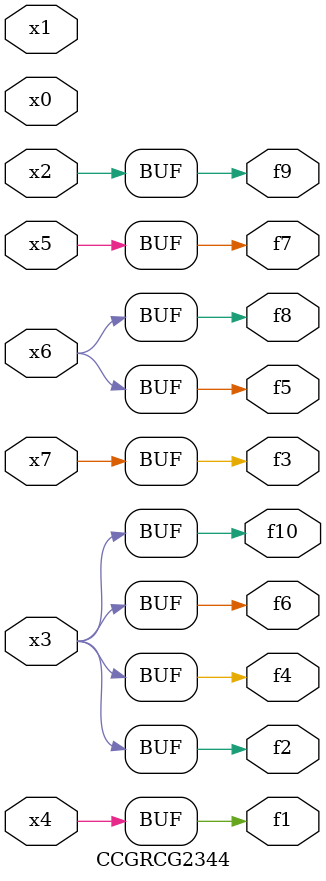
<source format=v>
module CCGRCG2344(
	input x0, x1, x2, x3, x4, x5, x6, x7,
	output f1, f2, f3, f4, f5, f6, f7, f8, f9, f10
);
	assign f1 = x4;
	assign f2 = x3;
	assign f3 = x7;
	assign f4 = x3;
	assign f5 = x6;
	assign f6 = x3;
	assign f7 = x5;
	assign f8 = x6;
	assign f9 = x2;
	assign f10 = x3;
endmodule

</source>
